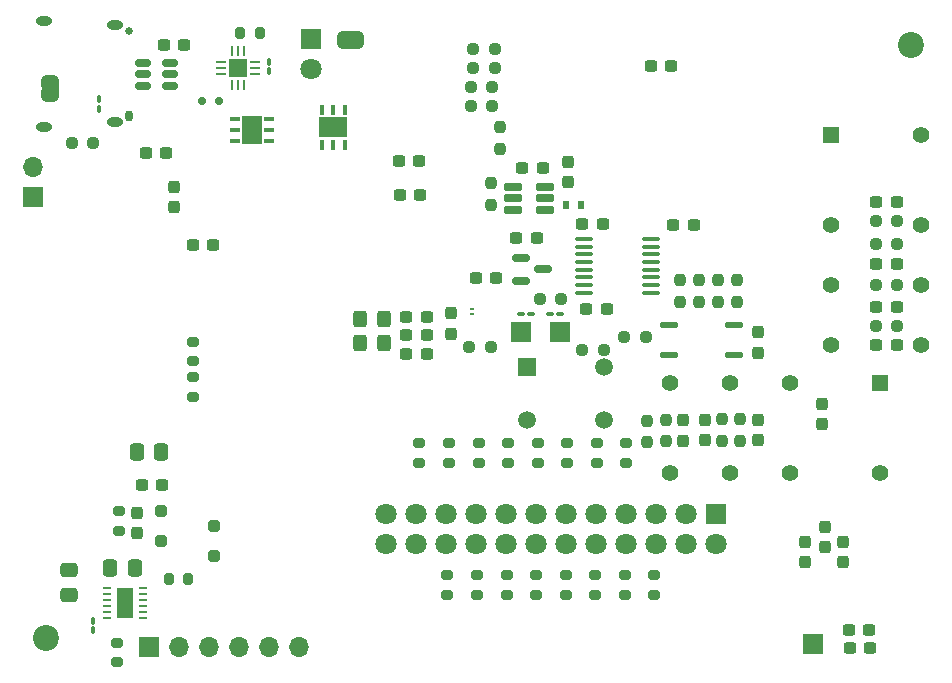
<source format=gbr>
%TF.GenerationSoftware,KiCad,Pcbnew,9.0.0*%
%TF.CreationDate,2025-04-10T22:59:03-04:00*%
%TF.ProjectId,USBLabTool,5553424c-6162-4546-9f6f-6c2e6b696361,2*%
%TF.SameCoordinates,Original*%
%TF.FileFunction,Soldermask,Bot*%
%TF.FilePolarity,Negative*%
%FSLAX46Y46*%
G04 Gerber Fmt 4.6, Leading zero omitted, Abs format (unit mm)*
G04 Created by KiCad (PCBNEW 9.0.0) date 2025-04-10 22:59:03*
%MOMM*%
%LPD*%
G01*
G04 APERTURE LIST*
G04 Aperture macros list*
%AMRoundRect*
0 Rectangle with rounded corners*
0 $1 Rounding radius*
0 $2 $3 $4 $5 $6 $7 $8 $9 X,Y pos of 4 corners*
0 Add a 4 corners polygon primitive as box body*
4,1,4,$2,$3,$4,$5,$6,$7,$8,$9,$2,$3,0*
0 Add four circle primitives for the rounded corners*
1,1,$1+$1,$2,$3*
1,1,$1+$1,$4,$5*
1,1,$1+$1,$6,$7*
1,1,$1+$1,$8,$9*
0 Add four rect primitives between the rounded corners*
20,1,$1+$1,$2,$3,$4,$5,0*
20,1,$1+$1,$4,$5,$6,$7,0*
20,1,$1+$1,$6,$7,$8,$9,0*
20,1,$1+$1,$8,$9,$2,$3,0*%
%AMFreePoly0*
4,1,23,0.500000,-0.750000,0.000000,-0.750000,0.000000,-0.745722,-0.065263,-0.745722,-0.191342,-0.711940,-0.304381,-0.646677,-0.396677,-0.554381,-0.461940,-0.441342,-0.495722,-0.315263,-0.495722,-0.250000,-0.500000,-0.250000,-0.500000,0.250000,-0.495722,0.250000,-0.495722,0.315263,-0.461940,0.441342,-0.396677,0.554381,-0.304381,0.646677,-0.191342,0.711940,-0.065263,0.745722,0.000000,0.745722,
0.000000,0.750000,0.500000,0.750000,0.500000,-0.750000,0.500000,-0.750000,$1*%
%AMFreePoly1*
4,1,23,0.000000,0.745722,0.065263,0.745722,0.191342,0.711940,0.304381,0.646677,0.396677,0.554381,0.461940,0.441342,0.495722,0.315263,0.495722,0.250000,0.500000,0.250000,0.500000,-0.250000,0.495722,-0.250000,0.495722,-0.315263,0.461940,-0.441342,0.396677,-0.554381,0.304381,-0.646677,0.191342,-0.711940,0.065263,-0.745722,0.000000,-0.745722,0.000000,-0.750000,-0.500000,-0.750000,
-0.500000,0.750000,0.000000,0.750000,0.000000,0.745722,0.000000,0.745722,$1*%
G04 Aperture macros list end*
%ADD10C,2.200000*%
%ADD11R,1.700000X1.700000*%
%ADD12O,1.700000X1.700000*%
%ADD13R,1.508000X1.508000*%
%ADD14C,1.508000*%
%ADD15R,1.800000X1.800000*%
%ADD16C,1.800000*%
%ADD17R,1.400000X1.400000*%
%ADD18C,1.400000*%
%ADD19C,0.650000*%
%ADD20O,0.650000X0.950000*%
%ADD21O,1.400000X0.800000*%
%ADD22RoundRect,0.200000X0.275000X-0.200000X0.275000X0.200000X-0.275000X0.200000X-0.275000X-0.200000X0*%
%ADD23RoundRect,0.100000X-0.217500X-0.100000X0.217500X-0.100000X0.217500X0.100000X-0.217500X0.100000X0*%
%ADD24RoundRect,0.237500X0.300000X0.237500X-0.300000X0.237500X-0.300000X-0.237500X0.300000X-0.237500X0*%
%ADD25RoundRect,0.250000X0.250000X-0.250000X0.250000X0.250000X-0.250000X0.250000X-0.250000X-0.250000X0*%
%ADD26RoundRect,0.200000X-0.275000X0.200000X-0.275000X-0.200000X0.275000X-0.200000X0.275000X0.200000X0*%
%ADD27RoundRect,0.100000X-0.100000X0.217500X-0.100000X-0.217500X0.100000X-0.217500X0.100000X0.217500X0*%
%ADD28RoundRect,0.137500X-0.587500X-0.137500X0.587500X-0.137500X0.587500X0.137500X-0.587500X0.137500X0*%
%ADD29RoundRect,0.100000X0.100000X-0.217500X0.100000X0.217500X-0.100000X0.217500X-0.100000X-0.217500X0*%
%ADD30RoundRect,0.237500X0.237500X-0.300000X0.237500X0.300000X-0.237500X0.300000X-0.237500X-0.300000X0*%
%ADD31RoundRect,0.237500X-0.237500X0.300000X-0.237500X-0.300000X0.237500X-0.300000X0.237500X0.300000X0*%
%ADD32RoundRect,0.237500X0.250000X0.237500X-0.250000X0.237500X-0.250000X-0.237500X0.250000X-0.237500X0*%
%ADD33RoundRect,0.237500X-0.300000X-0.237500X0.300000X-0.237500X0.300000X0.237500X-0.300000X0.237500X0*%
%ADD34RoundRect,0.237500X-0.237500X0.250000X-0.237500X-0.250000X0.237500X-0.250000X0.237500X0.250000X0*%
%ADD35RoundRect,0.250000X-0.337500X-0.475000X0.337500X-0.475000X0.337500X0.475000X-0.337500X0.475000X0*%
%ADD36R,0.812800X0.254000*%
%ADD37R,0.254000X0.812800*%
%ADD38R,1.549400X1.549400*%
%ADD39R,0.304800X0.228600*%
%ADD40R,0.812800X0.406400*%
%ADD41R,1.752600X2.489200*%
%ADD42RoundRect,0.237500X0.237500X-0.250000X0.237500X0.250000X-0.237500X0.250000X-0.237500X-0.250000X0*%
%ADD43RoundRect,0.150000X0.150000X0.200000X-0.150000X0.200000X-0.150000X-0.200000X0.150000X-0.200000X0*%
%ADD44FreePoly0,270.000000*%
%ADD45FreePoly1,270.000000*%
%ADD46RoundRect,0.062500X0.300000X0.062500X-0.300000X0.062500X-0.300000X-0.062500X0.300000X-0.062500X0*%
%ADD47R,1.400000X2.550000*%
%ADD48RoundRect,0.237500X-0.250000X-0.237500X0.250000X-0.237500X0.250000X0.237500X-0.250000X0.237500X0*%
%ADD49RoundRect,0.250000X0.325000X0.450000X-0.325000X0.450000X-0.325000X-0.450000X0.325000X-0.450000X0*%
%ADD50RoundRect,0.250000X-0.250000X0.250000X-0.250000X-0.250000X0.250000X-0.250000X0.250000X0.250000X0*%
%ADD51RoundRect,0.237500X0.237500X-0.287500X0.237500X0.287500X-0.237500X0.287500X-0.237500X-0.287500X0*%
%ADD52RoundRect,0.250000X0.475000X-0.337500X0.475000X0.337500X-0.475000X0.337500X-0.475000X-0.337500X0*%
%ADD53RoundRect,0.150000X-0.587500X-0.150000X0.587500X-0.150000X0.587500X0.150000X-0.587500X0.150000X0*%
%ADD54R,1.750000X1.800000*%
%ADD55R,0.406400X0.812800*%
%ADD56R,2.489200X1.752600*%
%ADD57RoundRect,0.100000X0.217500X0.100000X-0.217500X0.100000X-0.217500X-0.100000X0.217500X-0.100000X0*%
%ADD58RoundRect,0.162500X0.617500X0.162500X-0.617500X0.162500X-0.617500X-0.162500X0.617500X-0.162500X0*%
%ADD59RoundRect,0.200000X0.200000X0.275000X-0.200000X0.275000X-0.200000X-0.275000X0.200000X-0.275000X0*%
%ADD60R,0.550000X0.800000*%
%ADD61RoundRect,0.200000X-0.200000X-0.275000X0.200000X-0.275000X0.200000X0.275000X-0.200000X0.275000X0*%
%ADD62RoundRect,0.150000X-0.512500X-0.150000X0.512500X-0.150000X0.512500X0.150000X-0.512500X0.150000X0*%
%ADD63FreePoly0,0.000000*%
%ADD64FreePoly1,0.000000*%
%ADD65RoundRect,0.100000X0.637500X0.100000X-0.637500X0.100000X-0.637500X-0.100000X0.637500X-0.100000X0*%
G04 APERTURE END LIST*
%TO.C,JP5*%
G36*
X112650000Y-72025000D02*
G01*
X114150000Y-72025000D01*
X114150000Y-72325000D01*
X112650000Y-72325000D01*
X112650000Y-72025000D01*
G37*
%TO.C,JP4*%
G36*
X138675000Y-68850000D02*
G01*
X138975000Y-68850000D01*
X138975000Y-67350000D01*
X138675000Y-67350000D01*
X138675000Y-68850000D01*
G37*
%TD*%
D10*
%TO.C,H2*%
X113000000Y-118750000D03*
%TD*%
D11*
%TO.C,J17*%
X111906000Y-81384000D03*
D12*
X111906000Y-78844000D03*
%TD*%
D11*
%TO.C,J19*%
X178000000Y-119250000D03*
%TD*%
D10*
%TO.C,H1*%
X186250000Y-68500000D03*
%TD*%
D13*
%TO.C,SW1*%
X153750000Y-95750000D03*
D14*
X160250000Y-95750000D03*
X153750000Y-100250000D03*
X160250000Y-100250000D03*
%TD*%
D15*
%TO.C,D7*%
X135506000Y-68044000D03*
D16*
X135506000Y-70584000D03*
%TD*%
D11*
%TO.C,J1*%
X121756000Y-119444000D03*
D12*
X124296000Y-119444000D03*
X126836000Y-119444000D03*
X129376000Y-119444000D03*
X131916000Y-119444000D03*
X134456000Y-119444000D03*
%TD*%
D15*
%TO.C,J2*%
X169746000Y-108244000D03*
D16*
X169746000Y-110784000D03*
X167206000Y-108244000D03*
X167206000Y-110784000D03*
X164666000Y-108244000D03*
X164666000Y-110784000D03*
X162126000Y-108244000D03*
X162126000Y-110784000D03*
X159586000Y-108244000D03*
X159586000Y-110784000D03*
X157046000Y-108244000D03*
X157046000Y-110784000D03*
X154506000Y-108244000D03*
X154506000Y-110784000D03*
X151966000Y-108244000D03*
X151966000Y-110784000D03*
X149426000Y-108244000D03*
X149426000Y-110784000D03*
X146886000Y-108244000D03*
X146886000Y-110784000D03*
X144346000Y-108244000D03*
X144346000Y-110784000D03*
X141806000Y-108244000D03*
X141806000Y-110784000D03*
%TD*%
D17*
%TO.C,K2*%
X179506000Y-76144000D03*
D18*
X179506000Y-83764000D03*
X179506000Y-88844000D03*
X179506000Y-93924000D03*
X187126000Y-93924000D03*
X187126000Y-88844000D03*
X187126000Y-83764000D03*
X187126000Y-76144000D03*
%TD*%
D17*
%TO.C,K1*%
X183637250Y-97112750D03*
D18*
X176017250Y-97112750D03*
X170937250Y-97112750D03*
X165857250Y-97112750D03*
X165857250Y-104732750D03*
X170937250Y-104732750D03*
X176017250Y-104732750D03*
X183637250Y-104732750D03*
%TD*%
D19*
%TO.C,J20*%
X120100000Y-67340000D03*
D20*
X120100000Y-74540000D03*
D21*
X112900000Y-66450000D03*
X118850000Y-66810000D03*
X118850000Y-75070000D03*
X112900000Y-75430000D03*
%TD*%
D22*
%TO.C,R60*%
X119000000Y-120750000D03*
X119000000Y-119100000D03*
%TD*%
D23*
%TO.C,C35*%
X155731000Y-91244000D03*
X156546000Y-91244000D03*
%TD*%
D24*
%TO.C,C52*%
X145262500Y-94700000D03*
X143537500Y-94700000D03*
%TD*%
D25*
%TO.C,D6*%
X127250000Y-111750000D03*
X127250000Y-109250000D03*
%TD*%
D26*
%TO.C,R70*%
X159550000Y-113400000D03*
X159550000Y-115050000D03*
%TD*%
D27*
%TO.C,C72*%
X131925000Y-69925000D03*
X131925000Y-70740000D03*
%TD*%
D28*
%TO.C,U1*%
X165806000Y-94784000D03*
X165806000Y-92244000D03*
X171306000Y-92244000D03*
X171306000Y-94784000D03*
%TD*%
D29*
%TO.C,C73*%
X117556000Y-73901500D03*
X117556000Y-73086500D03*
%TD*%
D30*
%TO.C,C1*%
X168806000Y-101969000D03*
X168806000Y-100244000D03*
%TD*%
D24*
%TO.C,C22*%
X155068500Y-78944000D03*
X153343500Y-78944000D03*
%TD*%
D31*
%TO.C,C2*%
X173306000Y-100244000D03*
X173306000Y-101969000D03*
%TD*%
D26*
%TO.C,R35*%
X125506000Y-96644000D03*
X125506000Y-98294000D03*
%TD*%
D31*
%TO.C,C4*%
X166997250Y-100302750D03*
X166997250Y-102027750D03*
%TD*%
D22*
%TO.C,R71*%
X149550000Y-115050000D03*
X149550000Y-113400000D03*
%TD*%
D30*
%TO.C,C9*%
X173306000Y-94546500D03*
X173306000Y-92821500D03*
%TD*%
%TO.C,C24*%
X157237412Y-80106500D03*
X157237412Y-78381500D03*
%TD*%
D32*
%TO.C,R5*%
X185106000Y-83444000D03*
X183281000Y-83444000D03*
%TD*%
D26*
%TO.C,R57*%
X164550000Y-113400000D03*
X164550000Y-115050000D03*
%TD*%
D33*
%TO.C,C14*%
X158443500Y-83644000D03*
X160168500Y-83644000D03*
%TD*%
D34*
%TO.C,R16*%
X168306000Y-88444000D03*
X168306000Y-90269000D03*
%TD*%
D35*
%TO.C,C51*%
X118462500Y-112750000D03*
X120537500Y-112750000D03*
%TD*%
D36*
%TO.C,U17*%
X130706000Y-69968998D03*
X130706000Y-70468997D03*
X130706000Y-70968996D03*
D37*
X129783599Y-71891397D03*
X129283600Y-71891397D03*
X128783601Y-71891397D03*
D36*
X127861200Y-70968996D03*
X127861200Y-70468997D03*
X127861200Y-69968998D03*
D37*
X128783601Y-69046597D03*
X129283600Y-69046597D03*
X129783599Y-69046597D03*
D38*
X129283600Y-70468997D03*
%TD*%
D34*
%TO.C,R13*%
X171506000Y-88444000D03*
X171506000Y-90269000D03*
%TD*%
D24*
%TO.C,C53*%
X145262500Y-93100000D03*
X143537500Y-93100000D03*
%TD*%
D39*
%TO.C,CR2*%
X149106000Y-90888400D03*
X149106000Y-91244000D03*
%TD*%
D34*
%TO.C,R1*%
X163906000Y-100331500D03*
X163906000Y-102156500D03*
%TD*%
D24*
%TO.C,C28*%
X151168500Y-88244000D03*
X149443500Y-88244000D03*
%TD*%
D40*
%TO.C,U14*%
X131951600Y-74744000D03*
X131951600Y-75694001D03*
X131951600Y-76644002D03*
X129056000Y-76644002D03*
X129056000Y-75694001D03*
X129056000Y-74744000D03*
D41*
X130503800Y-75694001D03*
%TD*%
D42*
%TO.C,R32*%
X150706000Y-82044000D03*
X150706000Y-80219000D03*
%TD*%
D43*
%TO.C,D10*%
X126250000Y-73250000D03*
X127650000Y-73250000D03*
%TD*%
D22*
%TO.C,R75*%
X152150000Y-103900000D03*
X152150000Y-102250000D03*
%TD*%
D32*
%TO.C,R82*%
X160262500Y-94375000D03*
X158437500Y-94375000D03*
%TD*%
D44*
%TO.C,JP5*%
X113400000Y-71525000D03*
D45*
X113400000Y-72825000D03*
%TD*%
D31*
%TO.C,C75*%
X147325000Y-91212500D03*
X147325000Y-92937500D03*
%TD*%
D46*
%TO.C,U13*%
X121250000Y-114500000D03*
X121250000Y-115000000D03*
X121250000Y-115500000D03*
X121250000Y-116000000D03*
X121250000Y-116500000D03*
X121250000Y-117000000D03*
X118225000Y-117000000D03*
X118225000Y-116500000D03*
X118225000Y-116000000D03*
X118225000Y-115500000D03*
X118225000Y-115000000D03*
X118225000Y-114500000D03*
D47*
X119737500Y-115750000D03*
%TD*%
D34*
%TO.C,R4*%
X171806000Y-100194000D03*
X171806000Y-102019000D03*
%TD*%
D33*
%TO.C,C58*%
X143537500Y-91500000D03*
X145262500Y-91500000D03*
%TD*%
D48*
%TO.C,R83*%
X148875000Y-94100000D03*
X150700000Y-94100000D03*
%TD*%
D33*
%TO.C,C26*%
X152843500Y-84844000D03*
X154568500Y-84844000D03*
%TD*%
D42*
%TO.C,R2*%
X165497250Y-102077750D03*
X165497250Y-100252750D03*
%TD*%
D33*
%TO.C,C57*%
X142966000Y-81244000D03*
X144691000Y-81244000D03*
%TD*%
D49*
%TO.C,C31*%
X141647620Y-91700000D03*
X139597620Y-91700000D03*
%TD*%
D50*
%TO.C,D5*%
X122750000Y-108000000D03*
X122750000Y-110500000D03*
%TD*%
D31*
%TO.C,C68*%
X177306000Y-110581500D03*
X177306000Y-112306500D03*
%TD*%
D33*
%TO.C,C47*%
X125443500Y-85444000D03*
X127168500Y-85444000D03*
%TD*%
D22*
%TO.C,R37*%
X125506000Y-95269000D03*
X125506000Y-93619000D03*
%TD*%
D26*
%TO.C,R74*%
X162150000Y-102250000D03*
X162150000Y-103900000D03*
%TD*%
D51*
%TO.C,L8*%
X178750000Y-100625000D03*
X178750000Y-98875000D03*
%TD*%
D24*
%TO.C,C5*%
X185056000Y-81844000D03*
X183331000Y-81844000D03*
%TD*%
D34*
%TO.C,R14*%
X169906000Y-88444000D03*
X169906000Y-90269000D03*
%TD*%
D26*
%TO.C,R68*%
X162050000Y-113400000D03*
X162050000Y-115050000D03*
%TD*%
%TO.C,R61*%
X119250000Y-108000000D03*
X119250000Y-109650000D03*
%TD*%
D35*
%TO.C,C50*%
X120712500Y-103000000D03*
X122787500Y-103000000D03*
%TD*%
D26*
%TO.C,R78*%
X157150000Y-102250000D03*
X157150000Y-103900000D03*
%TD*%
D31*
%TO.C,C40*%
X123906000Y-80500000D03*
X123906000Y-82225000D03*
%TD*%
D22*
%TO.C,R79*%
X147150000Y-103900000D03*
X147150000Y-102250000D03*
%TD*%
D42*
%TO.C,R3*%
X170306000Y-102019000D03*
X170306000Y-100194000D03*
%TD*%
D26*
%TO.C,R80*%
X154650000Y-102250000D03*
X154650000Y-103900000D03*
%TD*%
D22*
%TO.C,R77*%
X149650000Y-103900000D03*
X149650000Y-102250000D03*
%TD*%
D33*
%TO.C,C8*%
X183331000Y-93886500D03*
X185056000Y-93886500D03*
%TD*%
D22*
%TO.C,R65*%
X154550000Y-115050000D03*
X154550000Y-113400000D03*
%TD*%
D52*
%TO.C,C37*%
X115000000Y-115075000D03*
X115000000Y-113000000D03*
%TD*%
D22*
%TO.C,R73*%
X147020000Y-115050000D03*
X147020000Y-113400000D03*
%TD*%
D33*
%TO.C,C11*%
X158775000Y-90844000D03*
X160500000Y-90844000D03*
%TD*%
D48*
%TO.C,R19*%
X148993500Y-73644000D03*
X150818500Y-73644000D03*
%TD*%
%TO.C,R11*%
X154837500Y-90000000D03*
X156662500Y-90000000D03*
%TD*%
D33*
%TO.C,C54*%
X142906000Y-78339000D03*
X144631000Y-78339000D03*
%TD*%
D53*
%TO.C,D4*%
X153250000Y-88450000D03*
X153250000Y-86550000D03*
X155125000Y-87500000D03*
%TD*%
D26*
%TO.C,R76*%
X159650000Y-102250000D03*
X159650000Y-103900000D03*
%TD*%
D24*
%TO.C,C10*%
X165968500Y-70250000D03*
X164243500Y-70250000D03*
%TD*%
D31*
%TO.C,C45*%
X120750000Y-108137500D03*
X120750000Y-109862500D03*
%TD*%
D22*
%TO.C,R81*%
X144650000Y-103900000D03*
X144650000Y-102250000D03*
%TD*%
D54*
%TO.C,Y1*%
X153283500Y-92844000D03*
X156533500Y-92844000D03*
%TD*%
D33*
%TO.C,C38*%
X121137500Y-105750000D03*
X122862500Y-105750000D03*
%TD*%
D24*
%TO.C,C7*%
X185056000Y-90686500D03*
X183331000Y-90686500D03*
%TD*%
D32*
%TO.C,R85*%
X117050000Y-76825000D03*
X115225000Y-76825000D03*
%TD*%
D48*
%TO.C,R6*%
X183281000Y-85384000D03*
X185106000Y-85384000D03*
%TD*%
D55*
%TO.C,U15*%
X138306000Y-76939600D03*
X137355999Y-76939600D03*
X136405998Y-76939600D03*
X136405998Y-74044000D03*
X137355999Y-74044000D03*
X138306000Y-74044000D03*
D56*
X137355999Y-75491800D03*
%TD*%
D57*
%TO.C,C36*%
X154088500Y-91294000D03*
X153273500Y-91294000D03*
%TD*%
D32*
%TO.C,R8*%
X185106000Y-92286500D03*
X183281000Y-92286500D03*
%TD*%
D48*
%TO.C,R17*%
X149193500Y-68844000D03*
X151018500Y-68844000D03*
%TD*%
D32*
%TO.C,R9*%
X163818500Y-93244000D03*
X161993500Y-93244000D03*
%TD*%
D34*
%TO.C,R23*%
X151463500Y-75474000D03*
X151463500Y-77299000D03*
%TD*%
D33*
%TO.C,C71*%
X123000000Y-68500000D03*
X124725000Y-68500000D03*
%TD*%
D24*
%TO.C,C63*%
X182787500Y-119600000D03*
X181062500Y-119600000D03*
%TD*%
D58*
%TO.C,U8*%
X155306000Y-80544000D03*
X155306000Y-81494000D03*
X155306000Y-82444000D03*
X152606000Y-82444000D03*
X152606000Y-81494000D03*
X152606000Y-80544000D03*
%TD*%
D59*
%TO.C,R56*%
X131131000Y-67493996D03*
X129481000Y-67493996D03*
%TD*%
D33*
%TO.C,C6*%
X183331000Y-87044000D03*
X185056000Y-87044000D03*
%TD*%
D49*
%TO.C,C32*%
X141647620Y-93750000D03*
X139597620Y-93750000D03*
%TD*%
D26*
%TO.C,R72*%
X157050000Y-113400000D03*
X157050000Y-115050000D03*
%TD*%
D33*
%TO.C,C65*%
X166137500Y-83750000D03*
X167862500Y-83750000D03*
%TD*%
D31*
%TO.C,C67*%
X180506000Y-110581500D03*
X180506000Y-112306500D03*
%TD*%
D60*
%TO.C,D9*%
X158306000Y-82044000D03*
X157056000Y-82044000D03*
%TD*%
D61*
%TO.C,R59*%
X123425000Y-113750000D03*
X125075000Y-113750000D03*
%TD*%
D27*
%TO.C,C42*%
X117000000Y-117250000D03*
X117000000Y-118065000D03*
%TD*%
D62*
%TO.C,U19*%
X121250000Y-71950000D03*
X121250000Y-71000000D03*
X121250000Y-70050000D03*
X123525000Y-70050000D03*
X123525000Y-71000000D03*
X123525000Y-71950000D03*
%TD*%
D63*
%TO.C,JP4*%
X138175000Y-68100000D03*
D64*
X139475000Y-68100000D03*
%TD*%
D65*
%TO.C,U3*%
X164293500Y-84944000D03*
X164293500Y-85594000D03*
X164293500Y-86244000D03*
X164293500Y-86894000D03*
X164293500Y-87544000D03*
X164293500Y-88194000D03*
X164293500Y-88844000D03*
X164293500Y-89494000D03*
X158568500Y-89494000D03*
X158568500Y-88844000D03*
X158568500Y-88194000D03*
X158568500Y-87544000D03*
X158568500Y-86894000D03*
X158568500Y-86244000D03*
X158568500Y-85594000D03*
X158568500Y-84944000D03*
%TD*%
D33*
%TO.C,C74*%
X121506000Y-77644000D03*
X123231000Y-77644000D03*
%TD*%
D24*
%TO.C,C64*%
X182725000Y-118000000D03*
X181000000Y-118000000D03*
%TD*%
D48*
%TO.C,R20*%
X148993500Y-72044000D03*
X150818500Y-72044000D03*
%TD*%
D51*
%TO.C,L7*%
X179000000Y-111050000D03*
X179000000Y-109300000D03*
%TD*%
D48*
%TO.C,R18*%
X149193500Y-70444000D03*
X151018500Y-70444000D03*
%TD*%
%TO.C,R7*%
X183281000Y-88844000D03*
X185106000Y-88844000D03*
%TD*%
D34*
%TO.C,R15*%
X166706000Y-88444000D03*
X166706000Y-90269000D03*
%TD*%
D22*
%TO.C,R69*%
X152050000Y-115050000D03*
X152050000Y-113400000D03*
%TD*%
M02*

</source>
